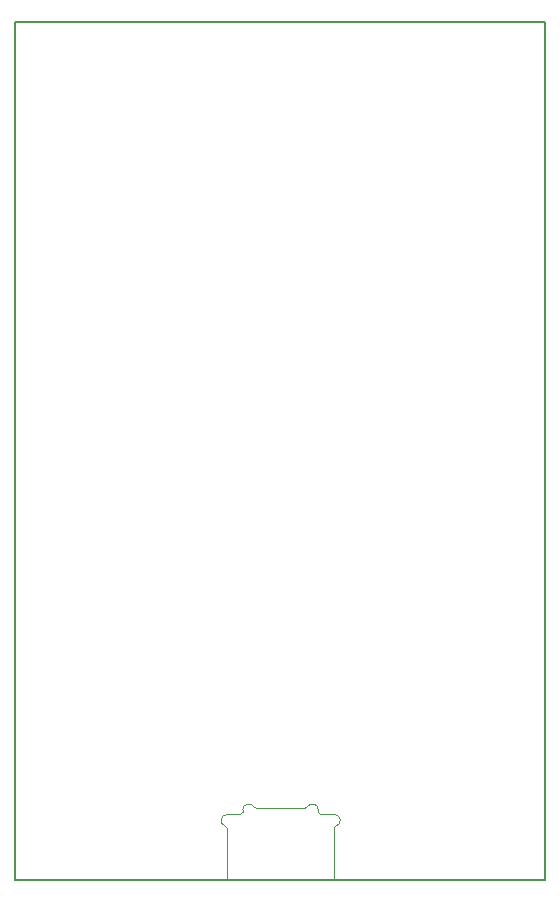
<source format=gbr>
%TF.GenerationSoftware,KiCad,Pcbnew,7.0.8*%
%TF.CreationDate,2025-04-01T23:17:51+07:00*%
%TF.ProjectId,esp32_smth,65737033-325f-4736-9d74-682e6b696361,rev?*%
%TF.SameCoordinates,Original*%
%TF.FileFunction,Profile,NP*%
%FSLAX46Y46*%
G04 Gerber Fmt 4.6, Leading zero omitted, Abs format (unit mm)*
G04 Created by KiCad (PCBNEW 7.0.8) date 2025-04-01 23:17:51*
%MOMM*%
%LPD*%
G01*
G04 APERTURE LIST*
%TA.AperFunction,Profile*%
%ADD10C,0.200000*%
%TD*%
%TA.AperFunction,Profile*%
%ADD11C,0.080000*%
%TD*%
G04 APERTURE END LIST*
D10*
X176750000Y-86400000D02*
X221700000Y-86400000D01*
X221700000Y-159050000D01*
X176750000Y-159050000D01*
X176750000Y-86400000D01*
D11*
%TO.C,J2*%
X194730001Y-154648321D02*
X194730001Y-159007500D01*
X195880002Y-153477500D02*
X194730001Y-153477500D01*
X196080001Y-153077500D02*
X196080001Y-153277500D01*
X199280001Y-152927500D02*
X197186219Y-152927500D01*
X199280001Y-152927500D02*
X201373783Y-152927500D01*
X202480001Y-153077500D02*
X202480001Y-153277500D01*
X202680000Y-153477500D02*
X203830001Y-153477500D01*
X203830001Y-154648321D02*
X203830001Y-159007500D01*
X194730001Y-153477501D02*
G75*
G03*
X194587144Y-154456656I1J-499999D01*
G01*
X194730000Y-154648321D02*
G75*
G03*
X194587144Y-154456659I-199998J1D01*
G01*
X197013014Y-152827500D02*
G75*
G03*
X196080001Y-153077500I-433013J-250000D01*
G01*
X195880002Y-153477500D02*
G75*
G03*
X196080002Y-153277500I-1J200001D01*
G01*
X197013014Y-152827500D02*
G75*
G03*
X197186219Y-152927500I173205J100000D01*
G01*
X201373783Y-152927485D02*
G75*
G03*
X201546988Y-152827500I17J199985D01*
G01*
X202479999Y-153077500D02*
G75*
G03*
X201546988Y-152827500I-499999J0D01*
G01*
X202480001Y-153277500D02*
G75*
G03*
X202680000Y-153477499I199999J0D01*
G01*
X203972858Y-154456658D02*
G75*
G03*
X203830001Y-153477499I-142858J479158D01*
G01*
X203972852Y-154456639D02*
G75*
G03*
X203830001Y-154648321I57148J-191661D01*
G01*
%TD*%
M02*

</source>
